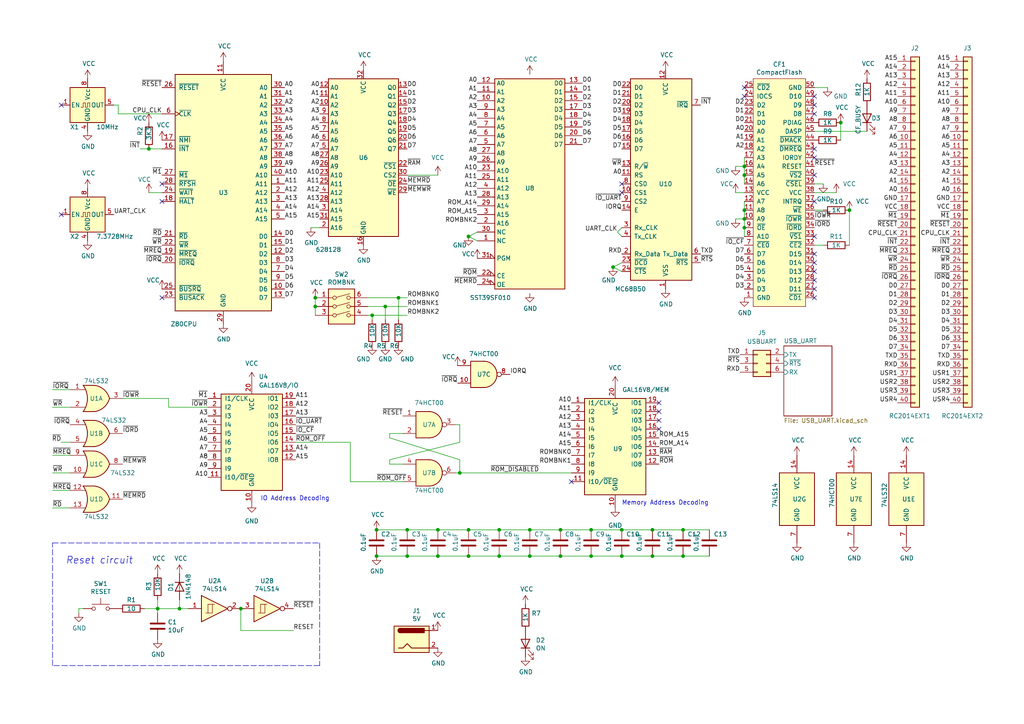
<source format=kicad_sch>
(kicad_sch (version 20231120) (generator "eeschema") (generator_version "8.0")
  (paper "A4")
  (junction (at 135.89 161.29))
  (junction (at 133.35 137.16))
  (junction (at 171.45 153.67))
  (junction (at 127 161.29))
  (junction (at 243.84 35.56))
  (junction (at 177.8 77.47))
  (junction (at 198.12 153.67))
  (junction (at 111.76 88.9))
  (junction (at 118.11 153.67))
  (junction (at 246.38 60.96))
  (junction (at 153.67 161.29))
  (junction (at 115.57 86.36))
  (junction (at 135.89 68.58))
  (junction (at 215.9 63.5))
  (junction (at 109.22 161.29))
  (junction (at 198.12 161.29))
  (junction (at 162.56 153.67))
  (junction (at 135.89 153.67))
  (junction (at 52.07 176.53))
  (junction (at 107.95 91.44))
  (junction (at 189.23 153.67))
  (junction (at 180.34 161.29))
  (junction (at 109.22 153.67))
  (junction (at 189.23 161.29))
  (junction (at 215.9 50.8))
  (junction (at 91.44 88.9))
  (junction (at 215.9 66.04))
  (junction (at 162.56 161.29))
  (junction (at 45.72 176.53))
  (junction (at 215.9 60.96))
  (junction (at 91.44 86.36))
  (junction (at 127 153.67))
  (junction (at 153.67 153.67))
  (junction (at 144.78 153.67))
  (junction (at 144.78 161.29))
  (junction (at 43.18 43.18))
  (junction (at 171.45 161.29))
  (junction (at 215.9 48.26))
  (junction (at 180.34 153.67))
  (junction (at 118.11 161.29))
  (junction (at 69.85 176.53))
  (no_connect (at 215.9 27.94))
  (no_connect (at 236.22 30.48))
  (no_connect (at 236.22 58.42))
  (no_connect (at 17.78 30.48))
  (no_connect (at 236.22 43.18))
  (no_connect (at 46.99 86.36))
  (no_connect (at 236.22 81.28))
  (no_connect (at 236.22 50.8))
  (no_connect (at 236.22 78.74))
  (no_connect (at 236.22 68.58))
  (no_connect (at 236.22 86.36))
  (no_connect (at 46.99 53.34))
  (no_connect (at 236.22 73.66))
  (no_connect (at 191.135 121.92))
  (no_connect (at 191.135 116.84))
  (no_connect (at 236.22 33.02))
  (no_connect (at 180.34 55.88))
  (no_connect (at 180.34 53.34))
  (no_connect (at 236.22 45.72))
  (no_connect (at 236.22 27.94))
  (no_connect (at 165.735 139.7))
  (no_connect (at 236.22 76.2))
  (no_connect (at 17.78 62.23))
  (no_connect (at 191.135 119.38))
  (no_connect (at 215.9 25.4))
  (no_connect (at 46.99 58.42))
  (no_connect (at 236.22 83.82))
  (no_connect (at 191.135 124.46))
  (wire (pts (xy 45.72 176.53) (xy 52.07 176.53)))
  (wire (pts (xy 34.29 33.02) (xy 46.99 33.02)))
  (wire (pts (xy 246.38 71.12) (xy 246.38 60.96)))
  (wire (pts (xy 43.18 55.88) (xy 46.99 55.88)))
  (wire (pts (xy 101.6 128.27) (xy 101.6 139.7)))
  (wire (pts (xy 177.8 77.47) (xy 180.34 76.2)))
  (wire (pts (xy 15.24 113.03) (xy 20.32 113.03)))
  (wire (pts (xy 15.24 118.11) (xy 20.32 118.11)))
  (wire (pts (xy 107.95 91.44) (xy 118.11 91.44)))
  (wire (pts (xy 41.91 176.53) (xy 45.72 176.53)))
  (wire (pts (xy 113.03 134.62) (xy 113.03 133.35)))
  (wire (pts (xy 107.95 92.71) (xy 107.95 91.44)))
  (wire (pts (xy 180.34 153.67) (xy 189.23 153.67)))
  (wire (pts (xy 215.9 60.96) (xy 215.9 58.42)))
  (wire (pts (xy 118.11 50.8) (xy 127 50.8)))
  (wire (pts (xy 153.67 161.29) (xy 162.56 161.29)))
  (wire (pts (xy 213.36 63.5) (xy 215.9 63.5)))
  (wire (pts (xy 91.44 88.9) (xy 91.44 91.44)))
  (wire (pts (xy 69.85 182.88) (xy 69.85 176.53)))
  (wire (pts (xy 118.11 153.67) (xy 127 153.67)))
  (wire (pts (xy 43.18 43.18) (xy 46.99 43.18)))
  (wire (pts (xy 215.9 50.8) (xy 215.9 48.26)))
  (wire (pts (xy 171.45 153.67) (xy 180.34 153.67)))
  (wire (pts (xy 15.24 137.16) (xy 20.32 137.16)))
  (wire (pts (xy 132.08 123.19) (xy 133.35 123.19)))
  (wire (pts (xy 236.22 60.96) (xy 238.76 60.96)))
  (wire (pts (xy 115.57 92.71) (xy 115.57 86.36)))
  (wire (pts (xy 118.11 161.29) (xy 127 161.29)))
  (wire (pts (xy 52.07 176.53) (xy 54.61 176.53)))
  (wire (pts (xy 48.895 115.57) (xy 48.895 118.11)))
  (wire (pts (xy 45.72 173.99) (xy 45.72 176.53)))
  (wire (pts (xy 40.64 43.18) (xy 43.18 43.18)))
  (wire (pts (xy 189.23 161.29) (xy 198.12 161.29)))
  (wire (pts (xy 85.725 128.27) (xy 101.6 128.27)))
  (wire (pts (xy 198.12 153.67) (xy 205.74 153.67)))
  (wire (pts (xy 179.07 67.31) (xy 180.34 66.04)))
  (wire (pts (xy 238.76 71.12) (xy 236.22 71.12)))
  (wire (pts (xy 135.89 161.29) (xy 144.78 161.29)))
  (wire (pts (xy 127 153.67) (xy 135.89 153.67)))
  (wire (pts (xy 171.45 161.29) (xy 180.34 161.29)))
  (wire (pts (xy 215.9 63.5) (xy 215.9 60.96)))
  (wire (pts (xy 45.72 176.53) (xy 45.72 177.8)))
  (wire (pts (xy 109.22 161.29) (xy 118.11 161.29)))
  (wire (pts (xy 106.68 86.36) (xy 115.57 86.36)))
  (wire (pts (xy 15.24 132.08) (xy 20.32 132.08)))
  (wire (pts (xy 113.03 125.73) (xy 113.03 127)))
  (wire (pts (xy 91.44 86.36) (xy 91.44 88.9)))
  (wire (pts (xy 90.17 66.04) (xy 92.71 66.04)))
  (wire (pts (xy 34.29 30.48) (xy 34.29 33.02)))
  (polyline (pts (xy 15.24 193.04) (xy 15.24 157.48)) (stroke (width 0) (type dash)))
  (wire (pts (xy 133.35 137.16) (xy 165.735 137.16)))
  (wire (pts (xy 106.68 88.9) (xy 111.76 88.9)))
  (wire (pts (xy 133.35 133.35) (xy 133.35 137.16)))
  (wire (pts (xy 22.86 177.8) (xy 22.86 176.53)))
  (wire (pts (xy 236.22 53.34) (xy 238.76 53.34)))
  (wire (pts (xy 111.76 92.71) (xy 111.76 88.9)))
  (wire (pts (xy 153.67 153.67) (xy 162.56 153.67)))
  (wire (pts (xy 116.84 134.62) (xy 113.03 134.62)))
  (wire (pts (xy 236.22 25.4) (xy 240.03 25.4)))
  (wire (pts (xy 22.86 176.53) (xy 24.13 176.53)))
  (wire (pts (xy 138.43 69.85) (xy 135.89 68.58)))
  (polyline (pts (xy 92.71 157.48) (xy 92.71 193.04)) (stroke (width 0) (type dash)))
  (wire (pts (xy 115.57 86.36) (xy 118.11 86.36)))
  (wire (pts (xy 198.12 161.29) (xy 205.74 161.29)))
  (wire (pts (xy 85.09 182.88) (xy 69.85 182.88)))
  (wire (pts (xy 52.07 173.99) (xy 52.07 176.53)))
  (wire (pts (xy 213.36 55.88) (xy 215.9 55.88)))
  (wire (pts (xy 135.89 153.67) (xy 144.78 153.67)))
  (wire (pts (xy 179.07 67.31) (xy 180.34 68.58)))
  (wire (pts (xy 33.02 30.48) (xy 34.29 30.48)))
  (wire (pts (xy 180.34 161.29) (xy 189.23 161.29)))
  (wire (pts (xy 236.22 38.1) (xy 251.46 38.1)))
  (wire (pts (xy 133.35 128.27) (xy 113.03 133.35)))
  (wire (pts (xy 215.9 66.04) (xy 215.9 68.58)))
  (wire (pts (xy 189.23 153.67) (xy 198.12 153.67)))
  (wire (pts (xy 162.56 153.67) (xy 171.45 153.67)))
  (wire (pts (xy 133.35 137.16) (xy 132.08 137.16)))
  (wire (pts (xy 111.76 88.9) (xy 118.11 88.9)))
  (wire (pts (xy 177.8 77.47) (xy 180.34 78.74)))
  (wire (pts (xy 144.78 161.29) (xy 153.67 161.29)))
  (wire (pts (xy 15.24 142.24) (xy 20.32 142.24)))
  (polyline (pts (xy 92.71 193.04) (xy 15.24 193.04)) (stroke (width 0) (type dash)))
  (wire (pts (xy 242.57 55.88) (xy 236.22 55.88)))
  (wire (pts (xy 109.22 153.67) (xy 118.11 153.67)))
  (wire (pts (xy 113.03 127) (xy 133.35 133.35)))
  (wire (pts (xy 127 161.29) (xy 135.89 161.29)))
  (wire (pts (xy 215.9 63.5) (xy 215.9 66.04)))
  (wire (pts (xy 48.895 118.11) (xy 60.325 118.11)))
  (wire (pts (xy 101.6 139.7) (xy 116.84 139.7)))
  (wire (pts (xy 133.35 123.19) (xy 133.35 128.27)))
  (wire (pts (xy 116.84 125.73) (xy 113.03 125.73)))
  (wire (pts (xy 35.56 115.57) (xy 48.895 115.57)))
  (wire (pts (xy 135.89 68.58) (xy 138.43 67.31)))
  (wire (pts (xy 15.24 147.32) (xy 20.32 147.32)))
  (polyline (pts (xy 15.24 157.48) (xy 92.71 157.48)) (stroke (width 0) (type dash)))
  (wire (pts (xy 215.9 48.26) (xy 213.36 48.26)))
  (wire (pts (xy 17.78 128.27) (xy 20.32 128.27)))
  (wire (pts (xy 106.68 91.44) (xy 107.95 91.44)))
  (wire (pts (xy 243.84 40.64) (xy 243.84 35.56)))
  (wire (pts (xy 215.9 53.34) (xy 215.9 50.8)))
  (wire (pts (xy 215.9 48.26) (xy 215.9 45.72)))
  (wire (pts (xy 162.56 161.29) (xy 171.45 161.29)))
  (wire (pts (xy 144.78 153.67) (xy 153.67 153.67)))
  (text "Reset circuit" (at 19.05 163.83 0) (effects (font (size 2.0066 2.0066) (italic yes)) (justify left bottom)))
  (text "IO Address Decoding" (at 75.565 145.415 0) (effects (font (size 1.27 1.27)) (justify left bottom)))
  (text "Memory Address Decoding" (at 180.34 146.685 0) (effects (font (size 1.27 1.27)) (justify left bottom)))
  (label "A14" (at 85.725 130.81 0))
  (label "D5" (at 168.91 36.83 0))
  (label "A5" (at 60.325 125.73 180))
  (label "A2" (at 215.9 43.18 180))
  (label "A8" (at 138.43 44.45 180))
  (label "A13" (at 275.59 22.86 180))
  (label "A5" (at 260.35 43.18 180))
  (label "D6" (at 215.9 76.2 180))
  (label "A1" (at 215.9 40.64 180))
  (label "A14" (at 82.55 60.96 0))
  (label "ROM_A15" (at 138.43 62.23 180))
  (label "D1" (at 215.9 33.02 180))
  (label "A1" (at 138.43 26.67 180))
  (label "A4" (at 275.59 45.72 180))
  (label "D3" (at 168.91 31.75 0))
  (label "A9" (at 60.325 135.89 180))
  (label "A4" (at 260.35 45.72 180))
  (label "D1" (at 275.59 86.36 180))
  (label "USR3" (at 260.35 114.3 180))
  (label "A12" (at 85.725 118.11 0))
  (label "A10" (at 275.59 30.48 180))
  (label "A6" (at 275.59 40.64 180))
  (label "A4" (at 60.325 123.19 180))
  (label "~{M1}" (at 275.59 63.5 180))
  (label "D4" (at 168.91 34.29 0))
  (label "~{MREQ}" (at 275.59 73.66 180))
  (label "A0" (at 82.55 25.4 0))
  (label "A12" (at 165.735 121.92 180))
  (label "IORQ" (at 147.955 108.585 0))
  (label "A12" (at 138.43 54.61 180))
  (label "USR4" (at 275.59 116.84 180))
  (label "RXD" (at 180.34 73.66 180))
  (label "ROM_A14" (at 191.135 129.54 0))
  (label "A3" (at 138.43 31.75 180))
  (label "A7" (at 60.325 130.81 180))
  (label "D7" (at 82.55 86.36 0))
  (label "~{MREQ}" (at 15.24 132.08 0))
  (label "~{INT}" (at 203.2 30.48 0))
  (label "TXD" (at 275.59 104.14 180))
  (label "A13" (at 165.735 124.46 180))
  (label "D4" (at 260.35 93.98 180))
  (label "A8" (at 275.59 35.56 180))
  (label "~{MEMRD}" (at 138.43 82.55 180))
  (label "D0" (at 275.59 83.82 180))
  (label "D7" (at 275.59 101.6 180))
  (label "~{IOWR}" (at 60.325 118.11 180))
  (label "ROMBNK0" (at 165.735 132.08 180))
  (label "A3" (at 275.59 48.26 180))
  (label "~{MREQ}" (at 15.24 142.24 0))
  (label "~{WR}" (at 15.24 137.16 0))
  (label "RXD" (at 260.35 106.68 180))
  (label "A4" (at 82.55 35.56 0))
  (label "UART_CLK" (at 33.02 62.23 0))
  (label "A7" (at 82.55 43.18 0))
  (label "A10" (at 92.71 50.8 180))
  (label "~{IORQ}" (at 275.59 81.28 180))
  (label "A7" (at 138.43 41.91 180))
  (label "D6" (at 260.35 99.06 180))
  (label "D6" (at 180.34 40.64 180))
  (label "IORQ" (at 180.34 60.96 180))
  (label "D7" (at 180.34 43.18 180))
  (label "D4" (at 180.34 35.56 180))
  (label "~{MEMRD}" (at 35.56 144.78 0))
  (label "~{IORD}" (at 35.56 125.73 0))
  (label "A6" (at 60.325 128.27 180))
  (label "~{IORQ}" (at 260.35 81.28 180))
  (label "D0" (at 118.11 25.4 0))
  (label "A14" (at 165.735 127 180))
  (label "A4" (at 138.43 34.29 180))
  (label "D1" (at 118.11 27.94 0))
  (label "~{IORQ}" (at 15.24 113.03 0))
  (label "D7" (at 118.11 43.18 0))
  (label "D3" (at 275.59 91.44 180))
  (label "~{RESET}" (at 236.22 48.26 0))
  (label "~{MREQ}" (at 46.99 73.66 180))
  (label "D3" (at 260.35 91.44 180))
  (label "ROMBNK1" (at 118.11 88.9 0))
  (label "D7" (at 260.35 101.6 180))
  (label "A10" (at 165.735 116.84 180))
  (label "A4" (at 92.71 35.56 180))
  (label "A7" (at 275.59 38.1 180))
  (label "A1" (at 260.35 53.34 180))
  (label "A8" (at 60.325 133.35 180))
  (label "USR4" (at 260.35 116.84 180))
  (label "~{ROM_OFF}" (at 85.725 128.27 0))
  (label "D1" (at 82.55 71.12 0))
  (label "~{MEMWR}" (at 35.56 134.62 0))
  (label "~{MEMRD}" (at 118.11 53.34 0))
  (label "D2" (at 168.91 29.21 0))
  (label "D7" (at 215.9 73.66 180))
  (label "~{M1}" (at 46.99 50.8 180))
  (label "RXD" (at 275.59 106.68 180))
  (label "A9" (at 260.35 33.02 180))
  (label "A1" (at 275.59 53.34 180))
  (label "A0" (at 215.9 38.1 180))
  (label "D4" (at 118.11 35.56 0))
  (label "~{RESET}" (at 85.09 176.53 0))
  (label "D1" (at 260.35 86.36 180))
  (label "~{RD}" (at 17.78 128.27 180))
  (label "A11" (at 92.71 53.34 180))
  (label "A15" (at 85.725 133.35 0))
  (label "USR3" (at 275.59 114.3 180))
  (label "~{INT}" (at 275.59 71.12 180))
  (label "A9" (at 82.55 48.26 0))
  (label "A3" (at 82.55 33.02 0))
  (label "D2" (at 180.34 30.48 180))
  (label "D1" (at 180.34 27.94 180))
  (label "~{WR}" (at 180.34 48.26 180))
  (label "D5" (at 260.35 96.52 180))
  (label "D7" (at 168.91 41.91 0))
  (label "A14" (at 260.35 20.32 180))
  (label "ROMBNK0" (at 118.11 86.36 0))
  (label "~{RD}" (at 46.99 68.58 180))
  (label "ROM_A14" (at 138.43 59.69 180))
  (label "USR1" (at 260.35 109.22 180))
  (label "A12" (at 82.55 55.88 0))
  (label "D3" (at 118.11 33.02 0))
  (label "~{IOWR}" (at 35.56 115.57 0))
  (label "TXD" (at 214.63 102.87 180))
  (label "D5" (at 275.59 96.52 180))
  (label "A1" (at 92.71 27.94 180))
  (label "A15" (at 165.735 129.54 180))
  (label "A13" (at 92.71 58.42 180))
  (label "USR2" (at 275.59 111.76 180))
  (label "A11" (at 165.735 119.38 180))
  (label "A7" (at 92.71 43.18 180))
  (label "~{RD}" (at 260.35 78.74 180))
  (label "D4" (at 82.55 78.74 0))
  (label "A3" (at 60.325 120.65 180))
  (label "VCC" (at 260.35 60.96 180))
  (label "TXD" (at 203.2 73.66 0))
  (label "A15" (at 82.55 63.5 0))
  (label "~{IO_UART}" (at 85.725 123.19 0))
  (label "A13" (at 138.43 57.15 180))
  (label "D0" (at 82.55 68.58 0))
  (label "D2" (at 260.35 88.9 180))
  (label "A5" (at 275.59 43.18 180))
  (label "A14" (at 92.71 60.96 180))
  (label "CPU_CLK" (at 260.35 68.58 180))
  (label "A12" (at 260.35 25.4 180))
  (label "A15" (at 260.35 17.78 180))
  (label "A6" (at 92.71 40.64 180))
  (label "~{ROM}" (at 138.43 80.01 180))
  (label "A1" (at 82.55 27.94 0))
  (label "~{IORQ}" (at 132.715 111.125 180))
  (label "~{IO_CF}" (at 215.9 71.12 180))
  (label "A11" (at 82.55 53.34 0))
  (label "~{RAM}" (at 118.11 48.26 0))
  (label "CPU_CLK" (at 46.99 33.02 180))
  (label "A0" (at 180.34 50.8 180))
  (label "A9" (at 138.43 46.99 180))
  (label "A15" (at 92.71 63.5 180))
  (label "D1" (at 168.91 26.67 0))
  (label "~{MEMWR}" (at 118.11 55.88 0))
  (label "~{WR}" (at 46.99 71.12 180))
  (label "~{IORQ}" (at 20.32 123.19 180))
  (label "A2" (at 82.55 30.48 0))
  (label "A14" (at 275.59 20.32 180))
  (label "A11" (at 85.725 115.57 0))
  (label "GND" (at 275.59 58.42 180))
  (label "VCC" (at 275.59 60.96 180))
  (label "D2" (at 118.11 30.48 0))
  (label "A11" (at 275.59 27.94 180))
  (label "A13" (at 85.725 120.65 0))
  (label "~{WR}" (at 260.35 76.2 180))
  (label "A10" (at 82.55 50.8 0))
  (label "A9" (at 275.59 33.02 180))
  (label "A13" (at 82.55 58.42 0))
  (label "ROM_A15" (at 191.135 127 0))
  (label "~{RTS}" (at 203.2 76.2 0))
  (label "~{RESET}" (at 275.59 66.04 180))
  (label "ROMBNK2" (at 118.11 91.44 0))
  (label "~{RESET}" (at 260.35 66.04 180))
  (label "D6" (at 275.59 99.06 180))
  (label "~{RTS}" (at 214.63 105.41 180))
  (label "D3" (at 82.55 76.2 0))
  (label "A0" (at 138.43 24.13 180))
  (label "A10" (at 260.35 30.48 180))
  (label "USR1" (at 275.59 109.22 180))
  (label "D0" (at 180.34 25.4 180))
  (label "~{ROM_OFF}" (at 109.22 139.7 0))
  (label "~{IORD}" (at 236.22 66.04 0))
  (label "~{MREQ}" (at 260.35 73.66 180))
  (label "GND" (at 260.35 58.42 180))
  (label "A0" (at 275.59 55.88 180))
  (label "TXD" (at 260.35 104.14 180))
  (label "RXD" (at 214.63 107.95 180))
  (label "D2" (at 215.9 30.48 180))
  (label "~{RAM}" (at 191.135 132.08 0))
  (label "D6" (at 82.55 83.82 0))
  (label "A10" (at 138.43 49.53 180))
  (label "A11" (at 260.35 27.94 180))
  (label "~{IOWR}" (at 236.22 63.5 0))
  (label "D4" (at 215.9 81.28 180))
  (label "D0" (at 168.91 24.13 0))
  (label "D5" (at 118.11 38.1 0))
  (label "D2" (at 82.55 73.66 0))
  (label "A8" (at 82.55 45.72 0))
  (label "A5" (at 82.55 38.1 0))
  (label "D0" (at 215.9 35.56 180))
  (label "A8" (at 92.71 45.72 180))
  (label "D6" (at 118.11 40.64 0))
  (label "A2" (at 138.43 29.21 180))
  (label "A2" (at 92.71 30.48 180))
  (label "RESET" (at 85.09 182.88 0))
  (label "A12" (at 275.59 25.4 180))
  (label "~{M1}" (at 60.325 115.57 180))
  (label "D0" (at 260.35 83.82 180))
  (label "A15" (at 275.59 17.78 180))
  (label "~{RESET}" (at 46.99 25.4 180))
  (label "A0" (at 260.35 55.88 180))
  (label "UART_CLK" (at 179.07 67.31 180))
  (label "~{RD}" (at 275.59 78.74 180))
  (label "A13" (at 260.35 22.86 180))
  (label "USR2" (at 260.35 111.76 180))
  (label "~{WR}" (at 15.24 118.11 0))
  (label "D5" (at 82.55 81.28 0))
  (label "D6" (at 168.91 39.37 0))
  (label "D3" (at 180.34 33.02 180))
  (label "ROMBNK1" (at 165.735 134.62 180))
  (label "~{M1}" (at 260.35 63.5 180))
  (label "D4" (at 275.59 93.98 180))
  (label "CPU_CLK" (at 275.59 68.58 180))
  (label "A6" (at 138.43 39.37 180))
  (label "A5" (at 92.71 38.1 180))
  (label "A3" (at 92.71 33.02 180))
  (label "ROMBNK2" (at 138.43 64.77 180))
  (label "A9" (at 92.71 48.26 180))
  (label "~{ROM}" (at 191.135 134.62 0))
  (label "A10" (at 60.325 138.43 180))
  (label "D5" (at 215.9 78.74 180))
  (label "~{RESET}" (at 116.84 120.65 180))
  (label "A3" (at 260.35 48.26 180))
  (label "~{INT}" (at 40.64 43.18 180))
  (label "A0" (at 92.71 25.4 180))
  (label "A8" (at 260.35 35.56 180))
  (label "A6" (at 82.55 40.64 0))
  (label "~{IO_CF}" (at 85.725 125.73 0))
  (label "A11" (at 138.43 52.07 180))
  (label "A12" (at 92.71 55.88 180))
  (label "~{WR}" (at 275.59 76.2 180))
  (label "A7" (at 260.35 38.1 180))
  (label "A2" (at 260.35 50.8 180))
  (label "~{IORQ}" (at 46.99 76.2 180))
  (label "D5" (at 180.34 38.1 180))
  (label "D3" (at 215.9 83.82 180))
  (label "A5" (at 138.43 36.83 180))
  (label "~{INT}" (at 260.35 71.12 180))
  (label "A2" (at 275.59 50.8 180))
  (label "~{ROM_DISABLED}" (at 142.24 137.16 0))
  (label "~{RD}" (at 15.24 147.32 0))
  (label "D2" (at 275.59 88.9 180))
  (label "A6" (at 260.35 40.64 180))
  (label "~{IO_UART}" (at 180.34 58.42 180))
  (symbol (lib_id "CPU:Z80CPU") (at 64.77 55.88 0) (unit 1)
    (property "Reference" "U3" (at 64.77 55.88 0))
    (property "Value" "Z80CPU" (at 53.34 93.98 0))
    (property "Footprint" "Package_DIP:DIP-40_W15.24mm_Socket_LongPads" (effects (hide yes)))
    (property "Datasheet" "www.zilog.com/manage_directlink.php?filepath=docs/z80/um0080" (effects (hide yes)))
  )
  (symbol (lib_id "power:VCC") (at 64.77 17.78 0) (unit 1)
    (property "Reference" "#PWR011" (effects (hide yes)))
    (property "Value" "VCC" (at 65.151 13.3858 0))
  )
  (symbol (lib_id "power:GND") (at 64.77 93.98 0) (unit 1)
    (property "Reference" "#PWR012" (effects (hide yes)))
    (property "Value" "GND" (at 64.897 98.3742 0))
  )
  (symbol (lib_id "Device:R") (at 45.72 170.18 0) (unit 1)
    (property "Reference" "R3" (at 43.18 171.45 90) (effects (justify left)))
    (property "Value" "10K" (at 45.72 171.45 90) (effects (justify left)))
    (property "Footprint" "Resistor_THT:R_Axial_DIN0207_L6.3mm_D2.5mm_P10.16mm_Horizontal" (effects (hide yes)))
  )
  (symbol (lib_id "Device:C") (at 45.72 181.61 0) (unit 1)
    (property "Reference" "C1" (at 48.641 180.4416 0) (effects (justify left)))
    (property "Value" "10uF" (at 48.641 182.753 0) (effects (justify left)))
    (property "Footprint" "Capacitor_THT:CP_Radial_D4.0mm_P1.50mm" (effects (hide yes)))
  )
  (symbol (lib_id "power:VCC") (at 45.72 166.37 0) (unit 1)
    (property "Reference" "#PWR06" (effects (hide yes)))
    (property "Value" "VCC" (at 46.101 161.9758 0))
  )
  (symbol (lib_id "Device:R") (at 38.1 176.53 270) (unit 1)
    (property "Reference" "R1" (at 38.1 173.99 90))
    (property "Value" "10" (at 38.1 176.53 90))
    (property "Footprint" "Resistor_THT:R_Axial_DIN0207_L6.3mm_D2.5mm_P10.16mm_Horizontal" (effects (hide yes)))
  )
  (symbol (lib_id "Switch:SW_Push") (at 29.21 176.53 0) (unit 1)
    (property "Reference" "SW1" (at 29.21 169.291 0))
    (property "Value" "RESET" (at 29.21 171.6024 0))
    (property "Footprint" "Button_Switch_THT:SW_PUSH_6mm" (effects (hide yes)))
  )
  (symbol (lib_id "power:GND") (at 22.86 177.8 0) (unit 1)
    (property "Reference" "#PWR01" (effects (hide yes)))
    (property "Value" "GND" (at 22.987 182.1942 0))
  )
  (symbol (lib_id "power:GND") (at 45.72 185.42 0) (unit 1)
    (property "Reference" "#PWR07" (effects (hide yes)))
    (property "Value" "GND" (at 45.847 189.8142 0))
  )
  (symbol (lib_id "Diode:1N4148") (at 52.07 170.18 270) (unit 1)
    (property "Reference" "D1" (at 49.53 168.91 0) (effects (justify left)))
    (property "Value" "1N4148" (at 54.61 166.37 0) (effects (justify left)))
    (property "Footprint" "Diode_THT:D_DO-35_SOD27_P7.62mm_Horizontal" (effects (hide yes)))
    (property "Datasheet" "https://assets.nexperia.com/documents/data-sheet/1N4148_1N4448.pdf" (effects (hide yes)))
  )
  (symbol (lib_id "power:VCC") (at 52.07 166.37 0) (unit 1)
    (property "Reference" "#PWR010" (effects (hide yes)))
    (property "Value" "VCC" (at 52.451 161.9758 0))
  )
  (symbol (lib_id "74xx:74LS14") (at 62.23 176.53 0) (unit 1)
    (property "Reference" "U2" (at 62.23 168.4782 0))
    (property "Value" "74LS14" (at 62.23 170.7896 0))
    (property "Footprint" "Package_DIP:DIP-14_W7.62mm_LongPads" (effects (hide yes)))
    (property "Datasheet" "http://www.ti.com/lit/gpn/sn74LS14" (effects (hide yes)))
  )
  (symbol (lib_id "74xx:74LS14") (at 77.47 176.53 0) (unit 2)
    (property "Reference" "U2" (at 77.47 168.4782 0))
    (property "Value" "74LS14" (at 77.47 170.7896 0))
    (property "Footprint" "Package_DIP:DIP-14_W7.62mm_LongPads" (effects (hide yes)))
    (property "Datasheet" "http://www.ti.com/lit/gpn/sn74LS14" (effects (hide yes)))
  )
  (symbol (lib_id "power:GND") (at 25.4 38.1 0) (unit 1)
    (property "Reference" "#PWR03" (effects (hide yes)))
    (property "Value" "GND" (at 25.527 42.4942 0))
  )
  (symbol (lib_id "power:VCC") (at 25.4 22.86 0) (unit 1)
    (property "Reference" "#PWR02" (effects (hide yes)))
    (property "Value" "VCC" (at 25.781 18.4658 0))
  )
  (symbol (lib_id "power:GND") (at 25.4 69.85 0) (unit 1)
    (property "Reference" "#PWR035" (effects (hide yes)))
    (property "Value" "GND" (at 25.527 74.2442 0))
  )
  (symbol (lib_id "power:VCC") (at 25.4 54.61 0) (unit 1)
    (property "Reference" "#PWR034" (effects (hide yes)))
    (property "Value" "VCC" (at 25.781 50.2158 0))
  )
  (symbol (lib_id "Interface_UART:MC68B50") (at 193.04 53.34 0) (unit 1)
    (property "Reference" "U10" (at 193.04 53.34 0))
    (property "Value" "MC68B50" (at 182.88 83.82 0))
    (property "Footprint" "Package_DIP:DIP-24_W15.24mm_Socket_LongPads" (effects (hide yes)))
    (property "Datasheet" "http://pdf.datasheetcatalog.com/datasheet/motorola/MC6850.pdf" (effects (hide yes)))
  )
  (symbol (lib_id "power:VCC") (at 193.04 20.32 0) (unit 1)
    (property "Reference" "#PWR039" (effects (hide yes)))
    (property "Value" "VCC" (at 193.421 15.9258 0))
  )
  (symbol (lib_id "power:GND") (at 193.04 83.82 0) (unit 1)
    (property "Reference" "#PWR040" (effects (hide yes)))
    (property "Value" "GND" (at 193.167 88.2142 0))
  )
  (symbol (lib_id "power:VCC") (at 46.99 40.64 0) (unit 1)
    (property "Reference" "#PWR08" (effects (hide yes)))
    (property "Value" "VCC" (at 47.371 36.2458 0))
  )
  (symbol (lib_id "Device:R") (at 43.18 39.37 0) (unit 1)
    (property "Reference" "R2" (at 40.64 39.37 90) (effects (justify left)))
    (property "Value" "3K3" (at 43.18 40.64 90) (effects (justify left)))
    (property "Footprint" "Resistor_THT:R_Axial_DIN0207_L6.3mm_D2.5mm_P10.16mm_Horizontal" (effects (hide yes)))
  )
  (symbol (lib_id "power:VCC") (at 43.18 35.56 0) (unit 1)
    (property "Reference" "#PWR04" (effects (hide yes)))
    (property "Value" "VCC" (at 40.64 34.29 0))
  )
  (symbol (lib_id "power:VCC") (at 46.99 83.82 0) (unit 1)
    (property "Reference" "#PWR09" (effects (hide yes)))
    (property "Value" "VCC" (at 44.45 81.28 0))
  )
  (symbol (lib_id "power:VCC") (at 43.18 55.88 0) (unit 1)
    (property "Reference" "#PWR05" (effects (hide yes)))
    (property "Value" "VCC" (at 41.91 52.07 0))
  )
  (symbol (lib_id "Memory_RAM:628128_DIP32_SSOP32") (at 105.41 45.72 0) (unit 1)
    (property "Reference" "U6" (at 105.41 45.72 0))
    (property "Value" "628128" (at 95.25 72.39 0))
    (property "Footprint" "Package_DIP:DIP-32_W15.24mm_LongPads" (effects (hide yes)))
    (property "Datasheet" "http://www.futurlec.com/Datasheet/Memory/628128.pdf" (effects (hide yes)))
  )
  (symbol (lib_id "power:VCC") (at 105.41 20.32 0) (unit 1)
    (property "Reference" "#PWR017" (effects (hide yes)))
    (property "Value" "VCC" (at 105.791 15.9258 0))
  )
  (symbol (lib_id "power:GND") (at 105.41 71.12 0) (unit 1)
    (property "Reference" "#PWR018" (effects (hide yes)))
    (property "Value" "GND" (at 105.537 75.5142 0))
  )
  (symbol (lib_id "Connector:Barrel_Jack") (at 119.38 185.42 0) (unit 1)
    (property "Reference" "J1" (at 120.8278 177.165 0))
    (property "Value" "5V" (at 120.8278 179.4764 0))
    (property "Footprint" "Connector_BarrelJack:BarrelJack_Horizontal" (effects (hide yes)))
  )
  (symbol (lib_id "power:VCC") (at 127 182.88 0) (unit 1)
    (property "Reference" "#PWR025" (effects (hide yes)))
    (property "Value" "VCC" (at 127.381 178.4858 0))
  )
  (symbol (lib_id "power:GND") (at 127 187.96 0) (unit 1)
    (property "Reference" "#PWR026" (effects (hide yes)))
    (property "Value" "GND" (at 127.127 192.3542 0))
  )
  (symbol (lib_id "Device:C") (at 198.12 157.48 0) (unit 1)
    (property "Reference" "C12" (at 199.39 154.94 0) (effects (justify left)))
    (property "Value" "0.1uF" (at 194.31 160.02 90) (effects (justify left)))
    (property "Footprint" "Capacitor_THT:C_Disc_D3.8mm_W2.6mm_P2.50mm" (effects (hide yes)))
  )
  (symbol (lib_id "Device:C") (at 189.23 157.48 0) (unit 1)
    (property "Reference" "C11" (at 190.5 154.94 0) (effects (justify left)))
    (property "Value" "0.1uF" (at 185.42 160.02 90) (effects (justify left)))
    (property "Footprint" "Capacitor_THT:C_Disc_D3.8mm_W2.6mm_P2.50mm" (effects (hide yes)))
  )
  (symbol (lib_id "Device:C") (at 180.34 157.48 0) (unit 1)
    (property "Reference" "C10" (at 181.61 154.94 0) (effects (justify left)))
    (property "Value" "0.1uF" (at 176.53 160.02 90) (effects (justify left)))
    (property "Footprint" "Capacitor_THT:C_Disc_D3.8mm_W2.6mm_P2.50mm" (effects (hide yes)))
  )
  (symbol (lib_id "Device:C") (at 171.45 157.48 0) (unit 1)
    (property "Reference" "C9" (at 172.72 154.94 0) (effects (justify left)))
    (property "Value" "0.1uF" (at 167.64 160.02 90) (effects (justify left)))
    (property "Footprint" "Capacitor_THT:C_Disc_D3.8mm_W2.6mm_P2.50mm" (effects (hide yes)))
  )
  (symbol (lib_id "Device:C") (at 162.56 157.48 0) (unit 1)
    (property "Reference" "C8" (at 163.83 154.94 0) (effects (justify left)))
    (property "Value" "0.1uF" (at 158.75 160.02 90) (effects (justify left)))
    (property "Footprint" "Capacitor_THT:C_Disc_D3.8mm_W2.6mm_P2.50mm" (effects (hide yes)))
  )
  (symbol (lib_id "Device:C") (at 153.67 157.48 0) (unit 1)
    (property "Reference" "C7" (at 154.94 154.94 0) (effects (justify left)))
    (property "Value" "0.1uF" (at 149.86 160.02 90) (effects (justify left)))
    (property "Footprint" "Capacitor_THT:C_Disc_D3.8mm_W2.6mm_P2.50mm" (effects (hide yes)))
  )
  (symbol (lib_id "Device:C") (at 144.78 157.48 0) (unit 1)
    (property "Reference" "C6" (at 146.05 154.94 0) (effects (justify left)))
    (property "Value" "0.1uF" (at 140.97 160.02 90) (effects (justify left)))
    (property "Footprint" "Capacitor_THT:C_Disc_D3.8mm_W2.6mm_P2.50mm" (effects (hide yes)))
  )
  (symbol (lib_id "Device:C") (at 135.89 157.48 0) (unit 1)
    (property "Reference" "C5" (at 137.16 154.94 0) (effects (justify left)))
    (property "Value" "0.1uF" (at 132.08 160.02 90) (effects (justify left)))
    (property "Footprint" "Capacitor_THT:C_Disc_D3.8mm_W2.6mm_P2.50mm" (effects (hide yes)))
  )
  (symbol (lib_id "Device:C") (at 127 157.48 0) (unit 1)
    (property "Reference" "C4" (at 128.27 154.94 0) (effects (justify left)))
    (property "Value" "0.1uF" (at 123.19 160.02 90) (effects (justify left)))
    (property "Footprint" "Capacitor_THT:C_Disc_D3.8mm_W2.6mm_P2.50mm" (effects (hide yes)))
  )
  (symbol (lib_id "Device:C") (at 118.11 157.48 0) (unit 1)
    (property "Reference" "C3" (at 119.38 154.94 0) (effects (justify left)))
    (property "Value" "0.1uF" (at 114.3 160.02 90) (effects (justify left)))
    (property "Footprint" "Capacitor_THT:C_Disc_D3.8mm_W2.6mm_P2.50mm" (effects (hide yes)))
  )
  (symbol (lib_id "Device:C") (at 109.22 157.48 0) (unit 1)
    (property "Reference" "C2" (at 110.49 154.94 0) (effects (justify left)))
    (property "Value" "0.1uF" (at 105.41 160.02 90) (effects (justify left)))
    (property "Footprint" "Capacitor_THT:C_Disc_D3.8mm_W2.6mm_P2.50mm" (effects (hide yes)))
  )
  (symbol (lib_id "power:GND") (at 109.22 161.29 0) (unit 1)
    (property "Reference" "#PWR021" (effects (hide yes)))
    (property "Value" "GND" (at 109.347 165.6842 0))
  )
  (symbol (lib_id "power:VCC") (at 109.22 153.67 0) (unit 1)
    (property "Reference" "#PWR020" (effects (hide yes)))
    (property "Value" "VCC" (at 109.601 149.2758 0))
  )
  (symbol (lib_id "Device:LED") (at 152.4 186.69 90) (unit 1)
    (property "Reference" "D2" (at 155.3972 185.6994 90) (effects (justify right)))
    (property "Value" "ON" (at 155.3972 188.0108 90) (effects (justify right)))
    (property "Footprint" "LED_THT:LED_D3.0mm" (effects (hide yes)))
  )
  (symbol (lib_id "power:GND") (at 152.4 190.5 0) (unit 1)
    (property "Reference" "#PWR031" (effects (hide yes)))
    (property "Value" "GND" (at 152.527 194.8942 0))
  )
  (symbol (lib_id "74xx:74LS32") (at 27.94 115.57 0) (unit 1)
    (property "Reference" "U1" (at 27.94 115.57 0))
    (property "Value" "74LS32" (at 27.94 110.49 0))
    (property "Footprint" "Package_DIP:DIP-14_W7.62mm_LongPads" (effects (hide yes)))
    (property "Datasheet" "http://www.ti.com/lit/gpn/sn74LS32" (effects (hide yes)))
  )
  (symbol (lib_id "74xx:74LS32") (at 27.94 134.62 0) (unit 3)
    (property "Reference" "U1" (at 27.94 134.62 0))
    (property "Value" "74LS32" (at 35.56 137.16 0))
    (property "Footprint" "Package_DIP:DIP-14_W7.62mm_LongPads" (effects (hide yes)))
    (property "Datasheet" "http://www.ti.com/lit/gpn/sn74LS32" (effects (hide yes)))
  )
  (symbol (lib_id "74xx:74LS32") (at 27.94 144.78 0) (unit 4)
    (property "Reference" "U1" (at 27.94 144.78 0))
    (property "Value" "74LS32" (at 27.94 149.86 0))
    (property "Footprint" "Package_DIP:DIP-14_W7.62mm_LongPads" (effects (hide yes)))
    (property "Datasheet" "http://www.ti.com/lit/gpn/sn74LS32" (effects (hide yes)))
  )
  (symbol (lib_id "power:GND") (at 90.17 66.04 0) (unit 1)
    (property "Reference" "#PWR015" (effects (hide yes)))
    (property "Value" "GND" (at 90.297 70.4342 0))
  )
  (symbol (lib_id "power:GND") (at 262.89 157.48 0) (unit 1)
    (property "Reference" "#PWR056" (effects (hide yes)))
    (property "Value" "GND" (at 263.017 161.8742 0))
  )
  (symbol (lib_id "74xx:74HCT00") (at 124.46 123.19 0) (unit 1)
    (property "Reference" "U7" (at 124.46 123.19 0))
    (property "Value" "74HCT00" (at 124.46 116.84 0))
    (property "Footprint" "Package_DIP:DIP-14_W7.62mm_LongPads" (effects (hide yes)))
    (property "Datasheet" "http://www.ti.com/lit/gpn/sn74hct00" (effects (hide yes)))
  )
  (symbol (lib_id "74xx:74HCT00") (at 124.46 137.16 0) (unit 2)
    (property "Reference" "U7" (at 124.46 137.16 0))
    (property "Value" "74HCT00" (at 124.46 142.24 0))
    (property "Footprint" "Package_DIP:DIP-14_W7.62mm_LongPads" (effects (hide yes)))
    (property "Datasheet" "http://www.ti.com/lit/gpn/sn74hct00" (effects (hide yes)))
  )
  (symbol (lib_id "74xx:74LS32") (at 262.89 144.78 0) (unit 5)
    (property "Reference" "U1" (at 261.62 144.78 0) (effects (justify left)))
    (property "Value" "74LS32" (at 256.54 147.32 90) (effects (justify left)))
    (property "Footprint" "Package_DIP:DIP-14_W7.62mm_LongPads" (effects (hide yes)))
    (property "Datasheet" "http://www.ti.com/lit/gpn/sn74LS32" (effects (hide yes)))
  )
  (symbol (lib_id "power:VCC") (at 262.89 132.08 0) (unit 1)
    (property "Reference" "#PWR055" (effects (hide yes)))
    (property "Value" "VCC" (at 263.271 127.6858 0))
  )
  (symbol (lib_id "Memory_Flash:SST39SF010") (at 153.67 54.61 0) (unit 1)
    (property "Reference" "U8" (at 153.67 54.61 0))
    (property "Value" "SST39SF010" (at 142.24 86.36 0))
    (property "Footprint" "Package_DIP:DIP-32_W15.24mm_Socket_LongPads" (effects (hide yes)))
    (property "Datasheet" "http://ww1.microchip.com/downloads/en/DeviceDoc/25022B.pdf" (effects (hide yes)))
  )
  (symbol (lib_id "power:VCC") (at 153.67 21.59 0) (unit 1)
    (property "Reference" "#PWR032" (effects (hide yes)))
    (property "Value" "VCC" (at 154.051 17.1958 0))
  )
  (symbol (lib_id "power:GND") (at 153.67 85.09 0) (unit 1)
    (property "Reference" "#PWR033" (effects (hide yes)))
    (property "Value" "GND" (at 153.797 89.4842 0))
  )
  (symbol (lib_id "power:VCC") (at 138.43 74.93 0) (unit 1)
    (property "Reference" "#PWR028" (effects (hide yes)))
    (property "Value" "VCC" (at 135.89 73.66 0))
  )
  (symbol (lib_id "Switch:SW_DIP_x03") (at 99.06 91.44 0) (unit 1)
    (property "Reference" "SW2" (at 99.06 79.5782 0))
    (property "Value" "ROMBNK" (at 99.06 81.8896 0))
    (property "Footprint" "Button_Switch_THT:SW_DIP_SPSTx03_Slide_6.7x9.18mm_W7.62mm_P2.54mm_LowProfile" (effects (hide yes)))
  )
  (symbol (lib_id "power:VCC") (at 91.44 86.36 0) (unit 1)
    (property "Reference" "#PWR016" (effects (hide yes)))
    (property "Value" "VCC" (at 91.821 81.9658 0))
  )
  (symbol (lib_id "power:GND") (at 107.95 100.33 0) (unit 1)
    (property "Reference" "#PWR019" (effects (hide yes)))
    (property "Value" "GND" (at 105.41 104.14 0))
  )
  (symbol (lib_id "power:GND") (at 111.76 100.33 0) (unit 1)
    (property "Reference" "#PWR022" (effects (hide yes)))
    (property "Value" "GND" (at 111.76 104.14 0))
  )
  (symbol (lib_id "power:GND") (at 115.57 100.33 0) (unit 1)
    (property "Reference" "#PWR023" (effects (hide yes)))
    (property "Value" "GND" (at 118.11 104.14 0))
  )
  (symbol (lib_id "Device:R") (at 107.95 96.52 0) (unit 1)
    (property "Reference" "R4" (at 105.41 100.33 0) (effects (justify left)))
    (property "Value" "10K" (at 107.95 97.79 90) (effects (justify left)))
    (property "Footprint" "Resistor_THT:R_Axial_DIN0207_L6.3mm_D2.5mm_P10.16mm_Horizontal" (effects (hide yes)))
  )
  (symbol (lib_id "Device:R") (at 111.76 96.52 0) (unit 1)
    (property "Reference" "R5" (at 109.22 100.33 0) (effects (justify left)))
    (property "Value" "10K" (at 111.76 97.79 90) (effects (justify left)))
    (property "Footprint" "Resistor_THT:R_Axial_DIN0207_L6.3mm_D2.5mm_P10.16mm_Horizontal" (effects (hide yes)))
  )
  (symbol (lib_id "Device:R") (at 115.57 96.52 0) (unit 1)
    (property "Reference" "R6" (at 113.03 100.33 0) (effects (justify left)))
    (property "Value" "10K" (at 115.57 97.79 90) (effects (justify left)))
    (property "Footprint" "Resistor_THT:R_Axial_DIN0207_L6.3mm_D2.5mm_P10.16mm_Horizontal" (effects (hide yes)))
  )
  (symbol (lib_id "power:GND") (at 135.89 68.58 0) (unit 1)
    (property "Reference" "#PWR027" (effects (hide yes)))
    (property "Value" "GND" (at 133.35 71.12 0))
  )
  (symbol (lib_id "74xx:74HCT00") (at 140.335 108.585 0) (unit 3)
    (property "Reference" "U7" (at 140.335 108.585 0))
    (property "Value" "74HCT00" (at 140.335 102.6414 0))
    (property "Footprint" "Package_DIP:DIP-14_W7.62mm_LongPads" (effects (hide yes)))
    (property "Datasheet" "http://www.ti.com/lit/gpn/sn74hct00" (effects (hide yes)))
  )
  (symbol (lib_id "power:VCC") (at 132.715 106.045 0) (unit 1)
    (property "Reference" "#PWR029" (effects (hide yes)))
    (property "Value" "VCC" (at 130.175 103.505 0))
  )
  (symbol (lib_id "power:GND") (at 177.8 77.47 0) (unit 1)
    (property "Reference" "#PWR038" (effects (hide yes)))
    (property "Value" "GND" (at 176.53 81.28 0))
  )
  (symbol (lib_id "74xx:74HCT00") (at 247.65 144.78 0) (unit 5)
    (property "Reference" "U7" (at 246.38 144.78 0) (effects (justify left)))
    (property "Value" "74HCT00" (at 241.3 147.32 90) (effects (justify left)))
    (property "Footprint" "Package_DIP:DIP-14_W7.62mm_LongPads" (effects (hide yes)))
    (property "Datasheet" "http://www.ti.com/lit/gpn/sn74hct00" (effects (hide yes)))
  )
  (symbol (lib_id "power:VCC") (at 247.65 132.08 0) (unit 1)
    (property "Reference" "#PWR052" (effects (hide yes)))
    (property "Value" "VCC" (at 248.031 127.6858 0))
  )
  (symbol (lib_id "power:GND") (at 247.65 157.48 0) (unit 1)
    (property "Reference" "#PWR053" (effects (hide yes)))
    (property "Value" "GND" (at 247.777 161.8742 0))
  )
  (symbol (lib_id "Connector_Generic:Conn_01x40") (at 280.67 66.04 0) (unit 1)
    (property "Reference" "J3" (at 279.4 13.97 0) (effects (justify left)))
    (property "Value" "RC2014EXT2" (at 273.05 120.65 0) (effects (justify left)))
    (property "Footprint" "hobgoblin:RC2014_Connector" (effects (hide yes)))
  )
  (symbol (lib_id "Connector_Generic:Conn_01x40") (at 265.43 66.04 0) (unit 1)
    (property "Reference" "J2" (at 264.16 13.97 0) (effects (justify left)))
    (property "Value" "RC2014EXT1" (at 257.81 120.65 0) (effects (justify left)))
    (property "Footprint" "hobgoblin:RC2014_Connector" (effects (hide yes)))
  )
  (symbol (lib_id "hobgoblin:CF_Socket") (at 226.06 57.15 0) (unit 1)
    (property "Reference" "CF1" (at 226.06 18.669 0))
    (property "Value" "CompactFlash" (at 226.06 20.9804 0))
    (property "Footprint" "hobgoblin:CF-Card_3M_N7E507516PK20" (effects (hide yes)))
  )
  (symbol (lib_id "power:GND") (at 215.9 86.36 0) (unit 1)
    (property "Reference" "#PWR044" (effects (hide yes)))
    (property "Value" "GND" (at 216.027 90.7542 0))
  )
  (symbol (lib_id "power:GND") (at 240.03 25.4 0) (unit 1)
    (property "Reference" "#PWR048" (effects (hide yes)))
    (property "Value" "GND" (at 243.84 27.94 0))
  )
  (symbol (lib_id "power:VCC") (at 213.36 55.88 0) (unit 1)
    (property "Reference" "#PWR042" (effects (hide yes)))
    (property "Value" "VCC" (at 210.82 53.34 0))
  )
  (symbol (lib_id "power:VCC") (at 242.57 55.88 0) (unit 1)
    (property "Reference" "#PWR049" (effects (hide yes)))
    (property "Value" "VCC" (at 246.38 53.34 0))
  )
  (symbol (lib_id "power:GND") (at 213.36 48.26 0) (unit 1)
    (property "Reference" "#PWR041" (effects (hide yes)))
    (property "Value" "GND" (at 209.55 49.53 0))
  )
  (symbol (lib_id "power:GND") (at 213.36 63.5 0) (unit 1)
    (property "Reference" "#PWR043" (effects (hide yes)))
    (property "Value" "GND" (at 209.55 64.77 0))
  )
  (symbol (lib_id "Device:R") (at 242.57 71.12 270) (unit 1)
    (property "Reference" "R11" (at 242.57 68.58 90))
    (property "Value" "1K" (at 242.57 71.12 90))
    (property "Footprint" "Resistor_THT:R_Axial_DIN0207_L6.3mm_D2.5mm_P10.16mm_Horizontal" (effects (hide yes)))
  )
  (symbol (lib_id "Device:R") (at 242.57 60.96 270) (unit 1)
    (property "Reference" "R10" (at 242.57 58.42 90))
    (property "Value" "1K" (at 242.57 60.96 90))
    (property "Footprint" "Resistor_THT:R_Axial_DIN0207_L6.3mm_D2.5mm_P10.16mm_Horizontal" (effects (hide yes)))
  )
  (symbol (lib_id "Device:R") (at 240.03 40.64 270) (unit 1)
    (property "Reference" "R9" (at 240.03 38.1 90))
    (property "Value" "1K" (at 240.03 40.64 90))
    (property "Footprint" "Resistor_THT:R_Axial_DIN0207_L6.3mm_D2.5mm_P10.16mm_Horizontal" (effects (hide yes)))
  )
  (symbol (lib_id "Device:R") (at 240.03 35.56 270) (unit 1)
    (property "Reference" "R8" (at 240.03 33.02 90))
    (property "Value" "1K" (at 240.03 35.56 90))
    (property "Footprint" "Resistor_THT:R_Axial_DIN0207_L6.3mm_D2.5mm_P10.16mm_Horizontal" (effects (hide yes)))
  )
  (symbol (lib_id "power:VCC") (at 246.38 60.96 0) (unit 1)
    (property "Reference" "#PWR051" (effects (hide yes)))
    (property "Value" "VCC" (at 250.19 58.42 0))
  )
  (symbol (lib_id "power:VCC") (at 243.84 35.56 0) (unit 1)
    (property "Reference" "#PWR050" (effects (hide yes)))
    (property "Value" "VCC" (at 244.221 31.1658 0))
  )
  (symbol (lib_id "power:GND") (at 238.76 53.34 0) (unit 1)
    (property "Reference" "#PWR047" (effects (hide yes)))
    (property "Value" "GND" (at 238.887 57.7342 0))
  )
  (symbol (lib_id "74xx:74LS14") (at 231.14 144.78 0) (unit 7)
    (property "Reference" "U2" (at 229.87 144.78 0) (effects (justify left)))
    (property "Value" "74LS14" (at 224.79 147.32 90) (effects (justify left)))
    (property "Footprint" "Package_DIP:DIP-14_W7.62mm_LongPads" (effects (hide yes)))
    (property "Datasheet" "http://www.ti.com/lit/gpn/sn74LS14" (effects (hide yes)))
  )
  (symbol (lib_id "power:VCC") (at 231.14 132.08 0) (unit 1)
    (property "Reference" "#PWR045" (effects (hide yes)))
    (property "Value" "VCC" (at 231.521 127.6858 0))
  )
  (symbol (lib_id "power:GND") (at 231.14 157.48 0) (unit 1)
    (property "Reference" "#PWR046" (effects (hide yes)))
    (property "Value" "GND" (at 231.267 161.8742 0))
  )
  (symbol (lib_id "74xx:74LS32") (at 27.94 125.73 0) (unit 2)
    (property "Reference" "U1" (at 27.94 125.73 0))
    (property "Value" "74LS32" (at 33.02 121.92 0))
    (property "Footprint" "Package_DIP:DIP-14_W7.62mm_LongPads" (effects (hide yes)))
    (property "Datasheet" "http://www.ti.com/lit/gpn/sn74LS32" (effects (hide yes)))
  )
  (symbol (lib_id "Device:R") (at 152.4 179.07 0) (unit 1)
    (property "Reference" "R7" (at 154.178 177.9016 0) (effects (justify left)))
    (property "Value" "1K" (at 152.4 180.34 90) (effects (justify left)))
    (property "Footprint" "Resistor_THT:R_Axial_DIN0207_L6.3mm_D2.5mm_P10.16mm_Horizontal" (effects (hide yes)))
  )
  (symbol (lib_id "power:VCC") (at 152.4 175.26 0) (unit 1)
    (property "Reference" "#PWR030" (effects (hide yes)))
    (property "Value" "VCC" (at 152.781 170.8658 0))
  )
  (symbol (lib_id "Device:C") (at 205.74 157.48 0) (unit 1)
    (property "Reference" "C13" (at 207.01 154.94 0) (effects (justify left)))
    (property "Value" "0.1uF" (at 201.93 160.02 90) (effects (justify left)))
    (property "Footprint" "Capacitor_THT:C_Disc_D3.8mm_W2.6mm_P2.50mm" (effects (hide yes)))
  )
  (symbol (lib_id "Oscillator:CXO_DIP8") (at 25.4 62.23 0) (unit 1)
    (property "Reference" "X2" (at 20.32 68.58 0) (effects (justify left)))
    (property "Value" "7.3728MHz" (at 27.94 68.58 0) (effects (justify left)))
    (property "Footprint" "Oscillator:Oscillator_DIP-8" (effects (hide yes)))
    (property "Datasheet" "http://cdn-reichelt.de/documents/datenblatt/B400/OSZI.pdf" (effects (hide yes)))
  )
  (symbol (lib_id "Oscillator:CXO_DIP8") (at 25.4 30.48 0) (unit 1)
    (property "Reference" "X1" (at 20.32 36.83 0) (effects (justify left)))
    (property "Value" "10MHz" (at 27.94 36.83 0) (effects (justify left)))
    (property "Footprint" "Oscillator:Oscillator_DIP-8" (effects (hide yes)))
    (property "Datasheet" "http://cdn-reichelt.de/documents/datenblatt/B400/OSZI.pdf" (effects (hide yes)))
  )
  (symbol (lib_id "Device:LED") (at 251.46 34.29 90) (unit 1)
    (property "Reference" "D3" (at 252.73 34.29 90) (effects (justify right)))
    (property "Value" "CF_BUSY" (at 248.92 30.48 0) (effects (justify right)))
    (property "Footprint" "LED_THT:LED_D3.0mm" (effects (hide yes)))
  )
  (symbol (lib_id "Device:R") (at 251.46 26.67 0) (unit 1)
    (property "Reference" "R12" (at 248.92 27.94 90) (effects (justify left)))
    (property "Value" "1K" (at 251.46 27.94 90) (effects (justify left)))
    (property "Footprint" "Resistor_THT:R_Axial_DIN0207_L6.3mm_D2.5mm_P10.16mm_Horizontal" (effects (hide yes)))
  )
  (symbol (lib_id "power:VCC") (at 251.46 22.86 0) (unit 1)
    (property "Reference" "#PWR054" (effects (hide yes)))
    (property "Value" "VCC" (at 251.841 18.4658 0))
  )
  (symbol (lib_id "power:VCC") (at 127 50.8 0) (unit 1)
    (property "Reference" "#PWR024" (effects (hide yes)))
    (property "Value" "VCC" (at 127 45.72 0))
  )
  (symbol (lib_id "power:VCC") (at 178.435 111.76 0) (unit 1)
    (property "Reference" "#PWR036" (effects (hide yes)))
    (property "Value" "VCC" (at 178.435 106.68 0))
  )
  (symbol (lib_id "Logic_Programmable:GAL16V8") (at 178.435 129.54 0) (unit 1)
    (property "Reference" "U9" (at 177.8 130.175 0) (effects (justify left)))
    (property "Value" "GAL16V8/MEM" (at 180.4544 113.03 0) (effects (justify left)))
    (property "Footprint" "Package_DIP:DIP-20_W7.62mm_Socket_LongPads" (effects (hide yes)))
  )
  (symbol (lib_id "power:VCC") (at 73.025 110.49 0) (unit 1)
    (property "Reference" "#PWR0101" (effects (hide yes)))
    (property "Value" "VCC" (at 73.025 105.41 0))
  )
  (symbol (lib_id "Connector_Generic:Conn_02x03_Odd_Even") (at 219.71 105.41 0) (unit 1)
    (property "Reference" "J5" (at 220.98 96.52 0))
    (property "Value" "USBUART" (at 220.98 99.06 0))
    (property "Footprint" "Connector_PinHeader_2.54mm:PinHeader_2x03_P2.54mm_Vertical" (effects (hide yes)))
  )
  (symbol (lib_id "power:GND") (at 178.435 147.32 0) (unit 1)
    (property "Reference" "#PWR037" (effects (hide yes)))
    (property "Value" "GND" (at 178.435 152.4 0))
  )
  (symbol (lib_id "power:GND") (at 73.025 146.05 0) (unit 1)
    (property "Reference" "#PWR0102" (effects (hide yes)))
    (property "Value" "GND" (at 73.025 151.13 0))
  )
  (symbol (lib_id "Logic_Programmable:GAL16V8") (at 73.025 128.27 0) (unit 1)
    (property "Reference" "U4" (at 75.0444 109.22 0) (effects (justify left)))
    (property "Value" "GAL16V8/IO" (at 75.0444 111.76 0) (effects (justify left)))
    (property "Footprint" "Package_DIP:DIP-20_W7.62mm_Socket_LongPads" (effects (hide yes)))
  )
  (sheet (at 227.33 100.33) (size 13.97 20.32)
    (property "Sheetname" "USB_UART" (at 227.33 99.6184 0) (effects (justify left bottom)))
    (property "Sheetfile" "USB_UART.kicad_sch" (at 227.33 121.2346 0) (effects (justify left top)))
    (pin "TX" input (at 227.33 102.87 180))
    (pin "RX" input (at 227.33 107.95 180))
    (pin "~{RTS}" input (at 227.33 105.41 180))
  )
)
</source>
